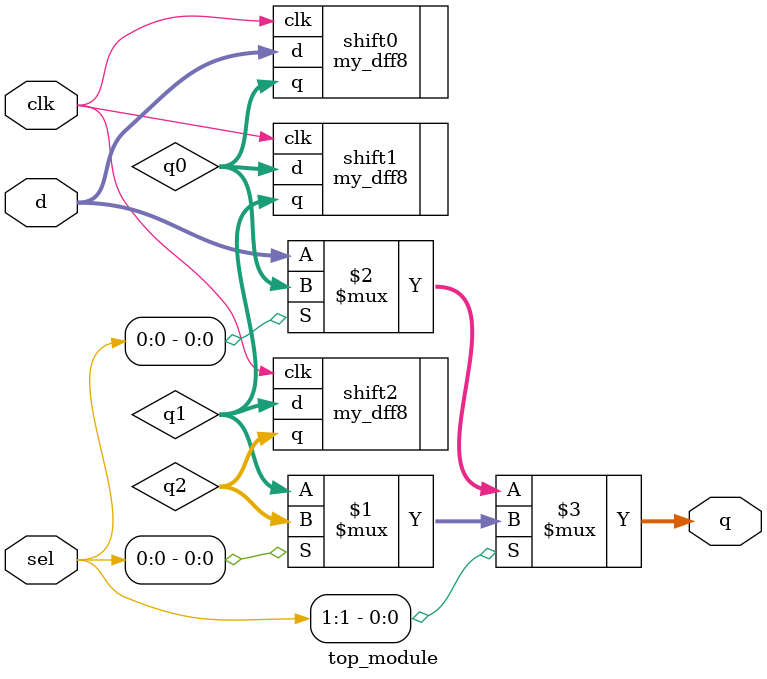
<source format=v>
module top_module ( 
    input clk, 
    input [7:0] d, 
    input [1:0] sel, 
    output [7:0] q 
);
    wire [7:0] q0, q1, q2;
    my_dff8 shift0( .clk(clk), .d(d), .q(q0) );
    my_dff8 shift1( .clk(clk), .d(q0), .q(q1) );
    my_dff8 shift2( .clk(clk), .d(q1), .q(q2) );
    
    assign q = sel[1] ? (sel[0] ? q2 : q1) : (sel[0] ? q0 : d);

endmodule


</source>
